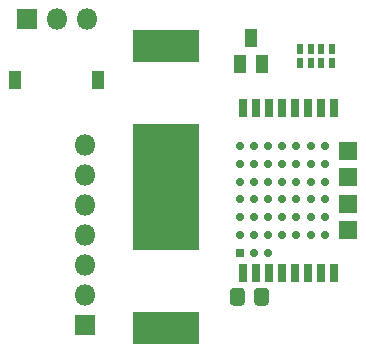
<source format=gbr>
%TF.GenerationSoftware,KiCad,Pcbnew,5.1.6-1.fc32*%
%TF.CreationDate,2020-06-07T18:14:15-07:00*%
%TF.ProjectId,hypnos,6879706e-6f73-42e6-9b69-6361645f7063,rev?*%
%TF.SameCoordinates,Original*%
%TF.FileFunction,Soldermask,Top*%
%TF.FilePolarity,Negative*%
%FSLAX46Y46*%
G04 Gerber Fmt 4.6, Leading zero omitted, Abs format (unit mm)*
G04 Created by KiCad (PCBNEW 5.1.6-1.fc32) date 2020-06-07 18:14:15*
%MOMM*%
%LPD*%
G01*
G04 APERTURE LIST*
%ADD10O,1.800000X1.800000*%
%ADD11R,1.800000X1.800000*%
%ADD12R,0.700000X0.700000*%
%ADD13C,0.700000*%
%ADD14R,1.600000X1.600000*%
%ADD15R,0.800000X1.600000*%
%ADD16R,0.600000X0.900000*%
%ADD17R,1.100000X1.500000*%
%ADD18R,5.660000X10.705000*%
%ADD19R,5.660000X2.700000*%
G04 APERTURE END LIST*
D10*
%TO.C,J3*%
X106700000Y-107460000D03*
X106700000Y-110000000D03*
X106700000Y-112540000D03*
X106700000Y-115080000D03*
X106700000Y-117620000D03*
X106700000Y-120160000D03*
D11*
X106700000Y-122700000D03*
%TD*%
D10*
%TO.C,J1*%
X106880000Y-96800000D03*
X104340000Y-96800000D03*
D11*
X101800000Y-96800000D03*
%TD*%
D12*
%TO.C,U2*%
X119800000Y-116550000D03*
D13*
X122200000Y-116550000D03*
X121000000Y-116550000D03*
X119800000Y-115050000D03*
X119800000Y-107550000D03*
X119800000Y-113550000D03*
X119800000Y-112050000D03*
X119800000Y-110550000D03*
X119800000Y-109050000D03*
X127000000Y-115050000D03*
X125800000Y-115050000D03*
X124600000Y-115050000D03*
X123400000Y-115050000D03*
X122200000Y-115050000D03*
X121000000Y-115050000D03*
X127000000Y-107550000D03*
X125800000Y-107550000D03*
X124600000Y-107550000D03*
X123400000Y-107550000D03*
X122200000Y-107550000D03*
X121000000Y-107550000D03*
D14*
X129000000Y-114680000D03*
X129000000Y-112430000D03*
X129000000Y-110180000D03*
X129000000Y-107930000D03*
D13*
X125800000Y-113550000D03*
X127000000Y-113550000D03*
X127000000Y-112050000D03*
X125800000Y-112050000D03*
X125800000Y-110550000D03*
X127000000Y-110550000D03*
X127000000Y-109050000D03*
X125800000Y-109050000D03*
X124600000Y-113550000D03*
X124600000Y-112050000D03*
X124600000Y-110550000D03*
X124600000Y-109050000D03*
X123400000Y-113550000D03*
X123400000Y-112050000D03*
X123400000Y-110550000D03*
X123400000Y-109050000D03*
X122200000Y-113550000D03*
X122200000Y-112050000D03*
X122200000Y-110550000D03*
X122200000Y-109050000D03*
X121000000Y-113550000D03*
X121000000Y-112050000D03*
X121000000Y-110550000D03*
X121000000Y-109050000D03*
D15*
X127800000Y-118300000D03*
X126700000Y-118300000D03*
X125600000Y-118300000D03*
X124500000Y-118300000D03*
X123400000Y-118300000D03*
X122300000Y-118300000D03*
X121200000Y-118300000D03*
X120100000Y-118300000D03*
X120100000Y-104300000D03*
X121200000Y-104300000D03*
X122300000Y-104300000D03*
X123400000Y-104300000D03*
X124500000Y-104300000D03*
X125600000Y-104300000D03*
X126700000Y-104300000D03*
X127800000Y-104300000D03*
%TD*%
D16*
%TO.C,U1*%
X124900000Y-99300000D03*
X125800000Y-99300000D03*
X126700000Y-99300000D03*
X127600000Y-99300000D03*
X127600000Y-100500000D03*
X126700000Y-100500000D03*
X125800000Y-100500000D03*
X124900000Y-100500000D03*
%TD*%
D17*
%TO.C,SW1*%
X100800000Y-101900000D03*
X107800000Y-101900000D03*
%TD*%
%TO.C,Q1*%
X119800000Y-100600000D03*
X121700000Y-100600000D03*
X120750000Y-98400000D03*
%TD*%
%TO.C,C1*%
G36*
G01*
X121025000Y-120778262D02*
X121025000Y-119821738D01*
G75*
G02*
X121296738Y-119550000I271738J0D01*
G01*
X122003262Y-119550000D01*
G75*
G02*
X122275000Y-119821738I0J-271738D01*
G01*
X122275000Y-120778262D01*
G75*
G02*
X122003262Y-121050000I-271738J0D01*
G01*
X121296738Y-121050000D01*
G75*
G02*
X121025000Y-120778262I0J271738D01*
G01*
G37*
G36*
G01*
X118975000Y-120778262D02*
X118975000Y-119821738D01*
G75*
G02*
X119246738Y-119550000I271738J0D01*
G01*
X119953262Y-119550000D01*
G75*
G02*
X120225000Y-119821738I0J-271738D01*
G01*
X120225000Y-120778262D01*
G75*
G02*
X119953262Y-121050000I-271738J0D01*
G01*
X119246738Y-121050000D01*
G75*
G02*
X118975000Y-120778262I0J271738D01*
G01*
G37*
%TD*%
D18*
%TO.C,BT1*%
X113600000Y-111005000D03*
D19*
X113600000Y-122910000D03*
X113600000Y-99100000D03*
%TD*%
M02*

</source>
